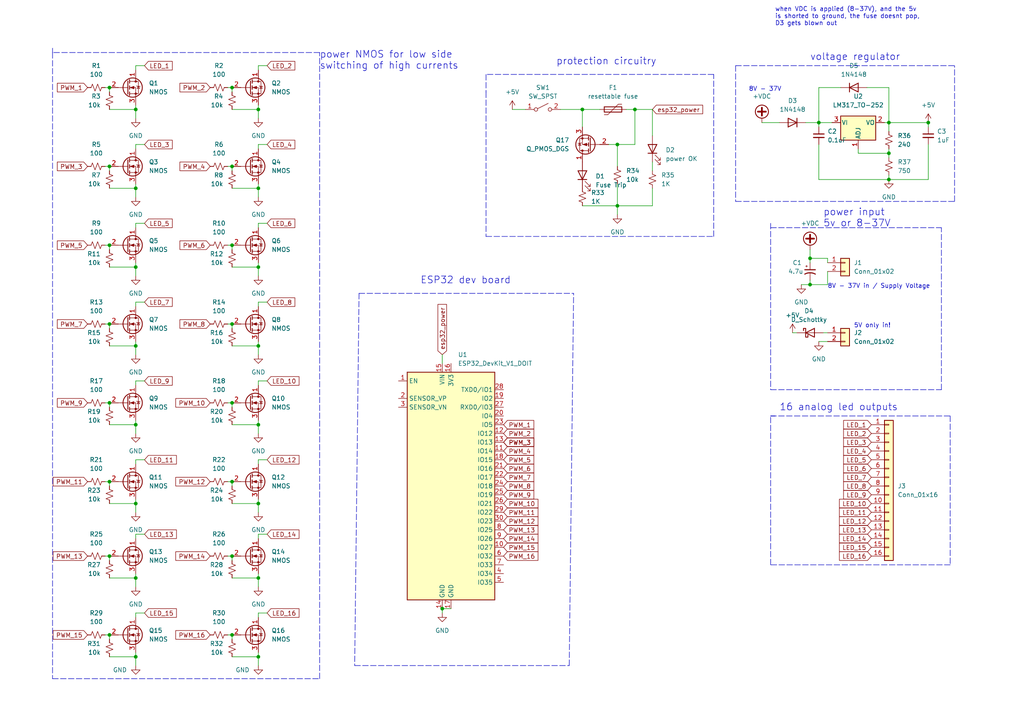
<source format=kicad_sch>
(kicad_sch (version 20211123) (generator eeschema)
  (paper "A4")
  (title_block (title "16 channel dimmer for LEDs") (date "2023-02-17") (rev "1") (company "freakylamps"))
  (lib_symbols
    (symbol "Connector_Generic:Conn_01x02" (pin_names (offset 1.016) hide)
      (property "Reference" "J" (at 0 2.54 0))
      (property "Value" "Conn_01x02" (at 0 -5.08 0))
      (symbol "Conn_01x02_1_1"
        (pin passive line (at -5.08 0 0) (length 3.81) (name "Pin_1") (number "1"))
        (pin passive line (at -5.08 -2.54 0) (length 3.81) (name "Pin_2") (number "2"))
      )
    )
    (symbol "Connector_Generic:Conn_01x16" (pin_names (offset 1.016) hide)
      (property "Reference" "J" (at 0 20.32 0))
      (property "Value" "Conn_01x16" (at 0 -22.86 0))
      (symbol "Conn_01x16_1_1"
        (pin passive line (at -5.08 17.78 0) (length 3.81) (name "Pin_1") (number "1"))
        (pin passive line (at -5.08 -5.08 0) (length 3.81) (name "Pin_10") (number "10"))
        (pin passive line (at -5.08 -7.62 0) (length 3.81) (name "Pin_11") (number "11"))
        (pin passive line (at -5.08 -10.16 0) (length 3.81) (name "Pin_12") (number "12"))
        (pin passive line (at -5.08 -12.7 0) (length 3.81) (name "Pin_13") (number "13"))
        (pin passive line (at -5.08 -15.24 0) (length 3.81) (name "Pin_14") (number "14"))
        (pin passive line (at -5.08 -17.78 0) (length 3.81) (name "Pin_15") (number "15"))
        (pin passive line (at -5.08 -20.32 0) (length 3.81) (name "Pin_16") (number "16"))
        (pin passive line (at -5.08 15.24 0) (length 3.81) (name "Pin_2") (number "2"))
        (pin passive line (at -5.08 12.7 0) (length 3.81) (name "Pin_3") (number "3"))
        (pin passive line (at -5.08 10.16 0) (length 3.81) (name "Pin_4") (number "4"))
        (pin passive line (at -5.08 7.62 0) (length 3.81) (name "Pin_5") (number "5"))
        (pin passive line (at -5.08 5.08 0) (length 3.81) (name "Pin_6") (number "6"))
        (pin passive line (at -5.08 2.54 0) (length 3.81) (name "Pin_7") (number "7"))
        (pin passive line (at -5.08 0 0) (length 3.81) (name "Pin_8") (number "8"))
        (pin passive line (at -5.08 -2.54 0) (length 3.81) (name "Pin_9") (number "9"))
      )
    )
    (symbol "Device:C_Polarized_Small_US" (pin_numbers hide) (pin_names (offset 0.254) hide)
      (property "Reference" "C" (at 0.254 1.778 0))
      (property "Value" "C_Polarized_Small_US" (at 0.254 -2.032 0))
      (symbol "C_Polarized_Small_US_1_1"
        (pin passive line (at 0 2.54 270) (length 2.032) (name "~") (number "1"))
        (pin passive line (at 0 -2.54 90) (length 2.032) (name "~") (number "2"))
      )
    )
    (symbol "Device:C_Small" (pin_numbers hide) (pin_names (offset 0.254) hide)
      (property "Reference" "C" (at 0.254 1.778 0))
      (property "Value" "C_Small" (at 0.254 -2.032 0))
      (symbol "C_Small_1_1"
        (pin passive line (at 0 2.54 270) (length 2.032) (name "~") (number "1"))
        (pin passive line (at 0 -2.54 90) (length 2.032) (name "~") (number "2"))
      )
    )
    (symbol "Device:D_Schottky" (pin_numbers hide) (pin_names (offset 1.016) hide)
      (property "Reference" "D" (at 0 2.54 0))
      (property "Value" "D_Schottky" (at 0 -2.54 0))
      (symbol "D_Schottky_1_1"
        (pin passive line (at -3.81 0 0) (length 2.54) (name "K") (number "1"))
        (pin passive line (at 3.81 0 180) (length 2.54) (name "A") (number "2"))
      )
    )
    (symbol "Device:LED" (pin_numbers hide) (pin_names (offset 1.016) hide)
      (property "Reference" "D" (at 0 2.54 0))
      (property "Value" "LED" (at 0 -2.54 0))
      (symbol "LED_1_1"
        (pin passive line (at -3.81 0 0) (length 2.54) (name "K") (number "1"))
        (pin passive line (at 3.81 0 180) (length 2.54) (name "A") (number "2"))
      )
    )
    (symbol "Device:Polyfuse" (pin_numbers hide) (pin_names (offset 0))
      (property "Reference" "F" (at -2.54 0 90))
      (property "Value" "Polyfuse" (at 2.54 0 90))
      (symbol "Polyfuse_1_1"
        (pin passive line (at 0 3.81 270) (length 1.27) (name "~") (number "1"))
        (pin passive line (at 0 -3.81 90) (length 1.27) (name "~") (number "2"))
      )
    )
    (symbol "Device:Q_NMOS_DGS" (pin_names (offset 0) hide)
      (property "Reference" "Q" (at 5.08 1.27 0))
      (property "Value" "Q_NMOS_DGS" (at 5.08 -1.27 0))
      (symbol "Q_NMOS_DGS_1_1"
        (pin passive line (at 2.54 5.08 270) (length 2.54) (name "D") (number "1"))
        (pin input line (at -5.08 0 0) (length 2.54) (name "G") (number "2"))
        (pin passive line (at 2.54 -5.08 90) (length 2.54) (name "S") (number "3"))
      )
    )
    (symbol "Device:Q_PMOS_DGS" (pin_names (offset 0) hide)
      (property "Reference" "Q" (at 5.08 1.27 0))
      (property "Value" "Q_PMOS_DGS" (at 5.08 -1.27 0))
      (symbol "Q_PMOS_DGS_1_1"
        (pin passive line (at 2.54 5.08 270) (length 2.54) (name "D") (number "1"))
        (pin input line (at -5.08 0 0) (length 2.54) (name "G") (number "2"))
        (pin passive line (at 2.54 -5.08 90) (length 2.54) (name "S") (number "3"))
      )
    )
    (symbol "Device:R_Small_US" (pin_numbers hide) (pin_names (offset 0.254) hide)
      (property "Reference" "R" (at 0.762 0.508 0))
      (property "Value" "R_Small_US" (at 0.762 -1.016 0))
      (symbol "R_Small_US_1_1"
        (pin passive line (at 0 2.54 270) (length 1.016) (name "~") (number "1"))
        (pin passive line (at 0 -2.54 90) (length 1.016) (name "~") (number "2"))
      )
    )
    (symbol "Diode:1N4148" (pin_numbers hide) (pin_names hide)
      (property "Reference" "D" (at 0 2.54 0))
      (property "Value" "1N4148" (at 0 -2.54 0))
      (symbol "1N4148_1_1"
        (pin passive line (at -3.81 0 0) (length 2.54) (name "K") (number "1"))
        (pin passive line (at 3.81 0 180) (length 2.54) (name "A") (number "2"))
      )
    )
    (symbol "Regulator_Linear:LM317_TO-252" (pin_names (offset 0.254))
      (property "Reference" "U" (at -3.81 3.175 0))
      (property "Value" "LM317_TO-252" (at 0 3.175 0))
      (symbol "LM317_TO-252_1_1"
        (pin input line (at 0 -7.62 90) (length 2.54) (name "ADJ") (number "1"))
        (pin power_out line (at 7.62 0 180) (length 2.54) (name "VO") (number "2"))
        (pin power_in line (at -7.62 0 0) (length 2.54) (name "VI") (number "3"))
      )
    )
    (symbol "Switch:SW_SPST" (pin_names (offset 0) hide)
      (property "Reference" "SW" (at 0 3.175 0))
      (property "Value" "SW_SPST" (at 0 -2.54 0))
      (symbol "SW_SPST_1_1"
        (pin passive line (at -5.08 0 0) (length 2.54) (name "A") (number "1"))
        (pin passive line (at 5.08 0 180) (length 2.54) (name "B") (number "2"))
      )
    )
    (symbol "esp32_devkit_v1_doit:ESP32_DevKit_V1_DOIT"
      (property "Reference" "U" (at -11.43 34.29 0))
      (property "Value" "ESP32_DevKit_V1_DOIT" (at 11.43 34.29 0))
      (symbol "ESP32_DevKit_V1_DOIT_1_1"
        (pin input line (at -15.24 30.48 0) (length 2.54) (name "EN") (number "1"))
        (pin bidirectional line (at 15.24 -17.78 180) (length 2.54) (name "IO27") (number "10"))
        (pin bidirectional line (at 15.24 10.16 180) (length 2.54) (name "IO14") (number "11"))
        (pin bidirectional line (at 15.24 15.24 180) (length 2.54) (name "IO12") (number "12"))
        (pin bidirectional line (at 15.24 12.7 180) (length 2.54) (name "IO13") (number "13"))
        (pin power_in line (at -2.54 -35.56 90) (length 2.54) (name "GND") (number "14"))
        (pin power_in line (at -2.54 35.56 270) (length 2.54) (name "VIN") (number "15"))
        (pin power_in line (at 0 35.56 270) (length 2.54) (name "3V3") (number "16"))
        (pin power_in line (at 0 -35.56 90) (length 2.54) (name "GND") (number "17"))
        (pin bidirectional line (at 15.24 7.62 180) (length 2.54) (name "IO15") (number "18"))
        (pin bidirectional line (at 15.24 25.4 180) (length 2.54) (name "IO2") (number "19"))
        (pin input line (at -15.24 25.4 0) (length 2.54) (name "SENSOR_VP") (number "2"))
        (pin bidirectional line (at 15.24 20.32 180) (length 2.54) (name "IO4") (number "20"))
        (pin bidirectional line (at 15.24 5.08 180) (length 2.54) (name "IO16") (number "21"))
        (pin bidirectional line (at 15.24 2.54 180) (length 2.54) (name "IO17") (number "22"))
        (pin bidirectional line (at 15.24 17.78 180) (length 2.54) (name "IO5") (number "23"))
        (pin bidirectional line (at 15.24 0 180) (length 2.54) (name "IO18") (number "24"))
        (pin bidirectional line (at 15.24 -2.54 180) (length 2.54) (name "IO19") (number "25"))
        (pin bidirectional line (at 15.24 -5.08 180) (length 2.54) (name "IO21") (number "26"))
        (pin bidirectional line (at 15.24 22.86 180) (length 2.54) (name "RXD0/IO3") (number "27"))
        (pin bidirectional line (at 15.24 27.94 180) (length 2.54) (name "TXD0/IO1") (number "28"))
        (pin bidirectional line (at 15.24 -7.62 180) (length 2.54) (name "IO22") (number "29"))
        (pin input line (at -15.24 22.86 0) (length 2.54) (name "SENSOR_VN") (number "3"))
        (pin bidirectional line (at 15.24 -10.16 180) (length 2.54) (name "IO23") (number "30"))
        (pin input line (at 15.24 -25.4 180) (length 2.54) (name "IO34") (number "4"))
        (pin input line (at 15.24 -27.94 180) (length 2.54) (name "IO35") (number "5"))
        (pin bidirectional line (at 15.24 -20.32 180) (length 2.54) (name "IO32") (number "6"))
        (pin bidirectional line (at 15.24 -22.86 180) (length 2.54) (name "IO33") (number "7"))
        (pin bidirectional line (at 15.24 -12.7 180) (length 2.54) (name "IO25") (number "8"))
        (pin bidirectional line (at 15.24 -15.24 180) (length 2.54) (name "IO26") (number "9"))
      )
    )
    (symbol "power:+5V" (power) (pin_names (offset 0))
      (property "Value" "+5V" (at 0 3.556 0))
      (symbol "+5V_1_1"
        (pin power_in line (at 0 0 90) (length 0) hide (name "+5V") (number "1"))
      )
    )
    (symbol "power:+VDC" (power) (pin_names (offset 0))
      (property "Value" "+VDC" (at 0 6.35 0))
      (symbol "+VDC_1_1"
        (pin power_in line (at 0 0 90) (length 0) hide (name "+VDC") (number "1"))
      )
    )
    (symbol "power:GND" (power) (pin_names (offset 0))
      (property "Value" "GND" (at 0 -3.81 0))
      (symbol "GND_1_1"
        (pin power_in line (at 0 0 270) (length 0) hide (name "GND") (number "1"))
      )
    )
  )
  (junction (at 39.37 190.5))
  (junction (at 67.31 139.7))
  (junction (at 74.93 123.19))
  (junction (at 179.07 59.69))
  (junction (at 67.31 25.4))
  (junction (at 257.81 44.45))
  (junction (at 257.81 52.07))
  (junction (at 31.75 48.26))
  (junction (at 74.93 77.47))
  (junction (at 234.95 74.93))
  (junction (at 39.37 31.75))
  (junction (at 67.31 161.29))
  (junction (at 74.93 146.05))
  (junction (at 39.37 167.64))
  (junction (at 168.91 31.75))
  (junction (at 31.75 116.84))
  (junction (at 39.37 77.47))
  (junction (at 31.75 184.15))
  (junction (at 67.31 93.98))
  (junction (at 31.75 25.4))
  (junction (at 257.81 35.56))
  (junction (at 234.95 82.55))
  (junction (at 67.31 71.12))
  (junction (at 39.37 54.61))
  (junction (at 31.75 93.98))
  (junction (at 31.75 161.29))
  (junction (at 31.75 139.7))
  (junction (at 269.24 35.56))
  (junction (at 39.37 100.33))
  (junction (at 31.75 71.12))
  (junction (at 67.31 184.15))
  (junction (at 74.93 31.75))
  (junction (at 179.07 41.91))
  (junction (at 74.93 100.33))
  (junction (at 67.31 48.26))
  (junction (at 67.31 116.84))
  (junction (at 184.15 31.75))
  (junction (at 39.37 146.05))
  (junction (at 74.93 54.61))
  (junction (at 128.27 176.53))
  (junction (at 237.49 35.56))
  (junction (at 39.37 123.19))
  (junction (at 74.93 190.5))
  (junction (at 74.93 167.64))
  (wire (pts (xy 67.31 48.26) (xy 67.31 49.53)))
  (polyline (pts (xy 223.52 66.04) (xy 273.05 66.04)))
  (polyline (pts (xy 140.97 26.67) (xy 140.97 68.58)))
  (wire (pts (xy 66.04 161.29) (xy 67.31 161.29)))
  (wire (pts (xy 74.93 190.5) (xy 74.93 193.04)))
  (wire (pts (xy 31.75 146.05) (xy 39.37 146.05)))
  (polyline (pts (xy 273.05 113.03) (xy 273.05 66.04)))
  (wire (pts (xy 248.92 44.45) (xy 257.81 44.45)))
  (wire (pts (xy 257.81 35.56) (xy 269.24 35.56)))
  (wire (pts (xy 31.75 139.7) (xy 31.75 140.97)))
  (wire (pts (xy 31.75 77.47) (xy 39.37 77.47)))
  (wire (pts (xy 30.48 71.12) (xy 31.75 71.12)))
  (wire (pts (xy 189.23 59.69) (xy 179.07 59.69)))
  (wire (pts (xy 31.75 123.19) (xy 39.37 123.19)))
  (polyline (pts (xy 207.01 68.58) (xy 207.01 21.59)))
  (wire (pts (xy 257.81 43.18) (xy 257.81 44.45)))
  (wire (pts (xy 30.48 116.84) (xy 31.75 116.84)))
  (wire (pts (xy 67.31 184.15) (xy 67.31 185.42)))
  (wire (pts (xy 237.49 99.06) (xy 240.03 99.06)))
  (wire (pts (xy 67.31 161.29) (xy 67.31 162.56)))
  (wire (pts (xy 31.75 25.4) (xy 31.75 26.67)))
  (wire (pts (xy 179.07 59.69) (xy 179.07 62.23)))
  (wire (pts (xy 67.31 31.75) (xy 74.93 31.75)))
  (wire (pts (xy 39.37 76.2) (xy 39.37 77.47)))
  (wire (pts (xy 179.07 53.34) (xy 179.07 59.69)))
  (wire (pts (xy 189.23 54.61) (xy 189.23 59.69)))
  (wire (pts (xy 74.93 41.91) (xy 77.47 41.91)))
  (wire (pts (xy 74.93 99.06) (xy 74.93 100.33)))
  (wire (pts (xy 179.07 41.91) (xy 184.15 41.91)))
  (wire (pts (xy 39.37 100.33) (xy 39.37 102.87)))
  (wire (pts (xy 269.24 41.91) (xy 269.24 52.07)))
  (wire (pts (xy 74.93 110.49) (xy 77.47 110.49)))
  (polyline (pts (xy 15.24 15.24) (xy 15.24 196.85)))
  (wire (pts (xy 67.31 77.47) (xy 74.93 77.47)))
  (wire (pts (xy 74.93 154.94) (xy 77.47 154.94)))
  (polyline (pts (xy 213.36 19.05) (xy 276.86 19.05)))
  (wire (pts (xy 39.37 179.07) (xy 39.37 177.8)))
  (wire (pts (xy 31.75 184.15) (xy 31.75 185.42)))
  (wire (pts (xy 31.75 54.61) (xy 39.37 54.61)))
  (wire (pts (xy 39.37 87.63) (xy 41.91 87.63)))
  (wire (pts (xy 66.04 48.26) (xy 67.31 48.26)))
  (wire (pts (xy 237.49 41.91) (xy 237.49 52.07)))
  (wire (pts (xy 74.93 144.78) (xy 74.93 146.05)))
  (wire (pts (xy 240.03 78.74) (xy 240.03 82.55)))
  (wire (pts (xy 74.93 146.05) (xy 74.93 148.59)))
  (wire (pts (xy 74.93 88.9) (xy 74.93 87.63)))
  (wire (pts (xy 39.37 20.32) (xy 39.37 19.05)))
  (wire (pts (xy 66.04 139.7) (xy 67.31 139.7)))
  (wire (pts (xy 39.37 121.92) (xy 39.37 123.19)))
  (wire (pts (xy 39.37 99.06) (xy 39.37 100.33)))
  (wire (pts (xy 237.49 52.07) (xy 257.81 52.07)))
  (wire (pts (xy 30.48 139.7) (xy 31.75 139.7)))
  (wire (pts (xy 181.61 31.75) (xy 184.15 31.75)))
  (wire (pts (xy 67.31 167.64) (xy 74.93 167.64)))
  (wire (pts (xy 74.93 134.62) (xy 74.93 133.35)))
  (wire (pts (xy 237.49 25.4) (xy 237.49 35.56)))
  (wire (pts (xy 229.87 96.52) (xy 231.14 96.52)))
  (wire (pts (xy 30.48 93.98) (xy 31.75 93.98)))
  (wire (pts (xy 39.37 110.49) (xy 41.91 110.49)))
  (wire (pts (xy 30.48 25.4) (xy 31.75 25.4)))
  (wire (pts (xy 74.93 167.64) (xy 74.93 170.18)))
  (wire (pts (xy 148.59 31.75) (xy 152.4 31.75)))
  (wire (pts (xy 39.37 144.78) (xy 39.37 146.05)))
  (wire (pts (xy 256.54 35.56) (xy 257.81 35.56)))
  (wire (pts (xy 237.49 35.56) (xy 241.3 35.56)))
  (wire (pts (xy 74.93 189.23) (xy 74.93 190.5)))
  (wire (pts (xy 39.37 77.47) (xy 39.37 80.01)))
  (wire (pts (xy 74.93 123.19) (xy 74.93 125.73)))
  (wire (pts (xy 39.37 111.76) (xy 39.37 110.49)))
  (wire (pts (xy 128.27 176.53) (xy 128.27 177.8)))
  (wire (pts (xy 234.95 72.39) (xy 234.95 74.93)))
  (wire (pts (xy 220.98 35.56) (xy 226.06 35.56)))
  (wire (pts (xy 74.93 121.92) (xy 74.93 123.19)))
  (wire (pts (xy 168.91 31.75) (xy 168.91 36.83)))
  (polyline (pts (xy 275.59 120.65) (xy 275.59 163.83)))
  (wire (pts (xy 257.81 35.56) (xy 257.81 38.1)))
  (wire (pts (xy 67.31 146.05) (xy 74.93 146.05)))
  (wire (pts (xy 179.07 41.91) (xy 176.53 41.91)))
  (wire (pts (xy 67.31 116.84) (xy 67.31 118.11)))
  (wire (pts (xy 67.31 54.61) (xy 74.93 54.61)))
  (wire (pts (xy 39.37 166.37) (xy 39.37 167.64)))
  (polyline (pts (xy 213.36 19.05) (xy 213.36 58.42)))
  (wire (pts (xy 30.48 184.15) (xy 31.75 184.15)))
  (wire (pts (xy 234.95 74.93) (xy 240.03 74.93)))
  (polyline (pts (xy 104.14 85.09) (xy 102.87 193.04)))
  (polyline (pts (xy 165.1 193.04) (xy 166.37 85.09)))
  (wire (pts (xy 66.04 93.98) (xy 67.31 93.98)))
  (wire (pts (xy 234.95 81.28) (xy 234.95 82.55)))
  (wire (pts (xy 31.75 100.33) (xy 39.37 100.33)))
  (wire (pts (xy 162.56 31.75) (xy 168.91 31.75)))
  (wire (pts (xy 31.75 93.98) (xy 31.75 95.25)))
  (wire (pts (xy 39.37 19.05) (xy 41.91 19.05)))
  (wire (pts (xy 74.93 30.48) (xy 74.93 31.75)))
  (wire (pts (xy 74.93 166.37) (xy 74.93 167.64)))
  (wire (pts (xy 74.93 20.32) (xy 74.93 19.05)))
  (wire (pts (xy 237.49 36.83) (xy 237.49 35.56)))
  (wire (pts (xy 184.15 41.91) (xy 184.15 31.75)))
  (polyline (pts (xy 15.24 196.85) (xy 92.71 196.85)))
  (wire (pts (xy 67.31 190.5) (xy 74.93 190.5)))
  (wire (pts (xy 251.46 25.4) (xy 257.81 25.4)))
  (wire (pts (xy 238.76 96.52) (xy 240.03 96.52)))
  (wire (pts (xy 67.31 71.12) (xy 67.31 72.39)))
  (wire (pts (xy 39.37 53.34) (xy 39.37 54.61)))
  (wire (pts (xy 67.31 93.98) (xy 67.31 95.25)))
  (wire (pts (xy 74.93 111.76) (xy 74.93 110.49)))
  (wire (pts (xy 189.23 46.99) (xy 189.23 49.53)))
  (wire (pts (xy 66.04 116.84) (xy 67.31 116.84)))
  (wire (pts (xy 39.37 156.21) (xy 39.37 154.94)))
  (wire (pts (xy 31.75 167.64) (xy 39.37 167.64)))
  (wire (pts (xy 269.24 35.56) (xy 269.24 36.83)))
  (wire (pts (xy 31.75 161.29) (xy 31.75 162.56)))
  (wire (pts (xy 74.93 54.61) (xy 74.93 57.15)))
  (wire (pts (xy 39.37 54.61) (xy 39.37 57.15)))
  (wire (pts (xy 269.24 52.07) (xy 257.81 52.07)))
  (wire (pts (xy 257.81 44.45) (xy 257.81 45.72)))
  (wire (pts (xy 39.37 133.35) (xy 41.91 133.35)))
  (wire (pts (xy 257.81 25.4) (xy 257.81 35.56)))
  (wire (pts (xy 74.93 43.18) (xy 74.93 41.91)))
  (wire (pts (xy 39.37 190.5) (xy 39.37 193.04)))
  (wire (pts (xy 179.07 48.26) (xy 179.07 41.91)))
  (wire (pts (xy 31.75 31.75) (xy 39.37 31.75)))
  (polyline (pts (xy 15.24 13.97) (xy 15.24 15.24)))
  (wire (pts (xy 168.91 31.75) (xy 173.99 31.75)))
  (wire (pts (xy 39.37 64.77) (xy 41.91 64.77)))
  (wire (pts (xy 39.37 31.75) (xy 39.37 34.29)))
  (wire (pts (xy 30.48 48.26) (xy 31.75 48.26)))
  (wire (pts (xy 232.41 82.55) (xy 234.95 82.55)))
  (wire (pts (xy 74.93 31.75) (xy 74.93 34.29)))
  (polyline (pts (xy 207.01 21.59) (xy 140.97 21.59)))
  (wire (pts (xy 39.37 134.62) (xy 39.37 133.35)))
  (wire (pts (xy 31.75 48.26) (xy 31.75 49.53)))
  (wire (pts (xy 257.81 50.8) (xy 257.81 52.07)))
  (wire (pts (xy 39.37 177.8) (xy 41.91 177.8)))
  (wire (pts (xy 39.37 43.18) (xy 39.37 41.91)))
  (wire (pts (xy 31.75 116.84) (xy 31.75 118.11)))
  (polyline (pts (xy 275.59 163.83) (xy 223.52 163.83)))
  (wire (pts (xy 233.68 35.56) (xy 237.49 35.56)))
  (wire (pts (xy 31.75 190.5) (xy 39.37 190.5)))
  (wire (pts (xy 67.31 25.4) (xy 67.31 26.67)))
  (polyline (pts (xy 223.52 64.77) (xy 223.52 113.03)))
  (wire (pts (xy 74.93 177.8) (xy 77.47 177.8)))
  (wire (pts (xy 74.93 19.05) (xy 77.47 19.05)))
  (wire (pts (xy 248.92 43.18) (xy 248.92 44.45)))
  (wire (pts (xy 234.95 82.55) (xy 240.03 82.55)))
  (wire (pts (xy 74.93 66.04) (xy 74.93 64.77)))
  (polyline (pts (xy 223.52 120.65) (xy 275.59 120.65)))
  (wire (pts (xy 39.37 189.23) (xy 39.37 190.5)))
  (wire (pts (xy 234.95 76.2) (xy 234.95 74.93)))
  (wire (pts (xy 74.93 77.47) (xy 74.93 80.01)))
  (wire (pts (xy 67.31 123.19) (xy 74.93 123.19)))
  (wire (pts (xy 128.27 102.87) (xy 128.27 105.41)))
  (wire (pts (xy 74.93 53.34) (xy 74.93 54.61)))
  (wire (pts (xy 243.84 25.4) (xy 237.49 25.4)))
  (wire (pts (xy 74.93 76.2) (xy 74.93 77.47)))
  (wire (pts (xy 39.37 88.9) (xy 39.37 87.63)))
  (polyline (pts (xy 140.97 68.58) (xy 207.01 68.58)))
  (wire (pts (xy 39.37 167.64) (xy 39.37 170.18)))
  (wire (pts (xy 66.04 184.15) (xy 67.31 184.15)))
  (wire (pts (xy 74.93 133.35) (xy 77.47 133.35)))
  (polyline (pts (xy 213.36 58.42) (xy 276.86 58.42)))
  (wire (pts (xy 168.91 59.69) (xy 179.07 59.69)))
  (polyline (pts (xy 223.52 113.03) (xy 273.05 113.03)))
  (polyline (pts (xy 92.71 15.24) (xy 15.24 15.24)))
  (wire (pts (xy 39.37 146.05) (xy 39.37 148.59)))
  (polyline (pts (xy 102.87 193.04) (xy 165.1 193.04)))
  (wire (pts (xy 74.93 64.77) (xy 77.47 64.77)))
  (polyline (pts (xy 223.52 120.65) (xy 224.79 120.65)))
  (polyline (pts (xy 276.86 58.42) (xy 276.86 19.05)))
  (wire (pts (xy 240.03 76.2) (xy 240.03 74.93)))
  (wire (pts (xy 31.75 71.12) (xy 31.75 72.39)))
  (wire (pts (xy 189.23 31.75) (xy 189.23 39.37)))
  (wire (pts (xy 30.48 161.29) (xy 31.75 161.29)))
  (wire (pts (xy 67.31 100.33) (xy 74.93 100.33)))
  (wire (pts (xy 39.37 154.94) (xy 41.91 154.94)))
  (wire (pts (xy 39.37 30.48) (xy 39.37 31.75)))
  (wire (pts (xy 39.37 66.04) (xy 39.37 64.77)))
  (wire (pts (xy 74.93 87.63) (xy 77.47 87.63)))
  (wire (pts (xy 39.37 123.19) (xy 39.37 125.73)))
  (polyline (pts (xy 104.14 85.09) (xy 166.37 85.09)))
  (wire (pts (xy 74.93 100.33) (xy 74.93 102.87)))
  (wire (pts (xy 128.27 176.53) (xy 130.81 176.53)))
  (wire (pts (xy 66.04 71.12) (xy 67.31 71.12)))
  (wire (pts (xy 39.37 41.91) (xy 41.91 41.91)))
  (wire (pts (xy 74.93 156.21) (xy 74.93 154.94)))
  (wire (pts (xy 184.15 31.75) (xy 189.23 31.75)))
  (wire (pts (xy 66.04 25.4) (xy 67.31 25.4)))
  (polyline (pts (xy 223.52 163.83) (xy 223.52 120.65)))
  (wire (pts (xy 67.31 139.7) (xy 67.31 140.97)))
  (wire (pts (xy 74.93 179.07) (xy 74.93 177.8)))
  (polyline (pts (xy 92.71 196.85) (xy 92.71 15.24)))
  (polyline (pts (xy 140.97 21.59) (xy 140.97 26.67)))
  (text "when VDC is applied (8-37V), and the 5v \nis shorted to ground, the fuse doesnt pop,\nD3 gets blown out\n" (at 224.79 7.62 0) (effects (font (size 1.27 1.27)) (justify left bottom)))
  (text "5V only in!" (at 247.65 95.25 0) (effects (font (size 1.27 1.27)) (justify left bottom)))
  (text "power NMOS for low side \nswitching of high currents" (at 92.71 20.32 0) (effects (font (size 2 2)) (justify left bottom)))
  (text "ESP32 dev board" (at 121.92 82.55 0) (effects (font (size 2 2)) (justify left bottom)))
  (text "8V - 37V	" (at 217.17 26.67 0) (effects (font (size 1.27 1.27)) (justify left bottom)))
  (text "8V - 37V in / Supply Voltage" (at 240.03 83.82 0) (effects (font (size 1.27 1.27)) (justify left bottom)))
  (text "power input\n5v or 8-37V " (at 238.76 66.04 0) (effects (font (size 2 2)) (justify left bottom)))
  (text "protection circuitry" (at 161.29 19.05 0) (effects (font (size 2 2)) (justify left bottom)))
  (text "voltage regulator" (at 234.95 17.78 0) (effects (font (size 2 2)) (justify left bottom)))
  (text "16 analog led outputs" (at 226.06 119.38 0) (effects (font (size 2 2)) (justify left bottom)))
  (global_label "PWM_8" (shape input) (at 146.05 140.97 0) (property "Intersheet References" "${INTERSHEET_REFS}" (effects hide)))
  (global_label "PWM_12" (shape input) (at 60.96 139.7 180) (property "Intersheet References" "${INTERSHEET_REFS}" (effects hide)))
  (global_label "PWM_14" (shape input) (at 60.96 161.29 180) (property "Intersheet References" "${INTERSHEET_REFS}" (effects hide)))
  (global_label "PWM_9" (shape input) (at 146.05 143.51 0) (property "Intersheet References" "${INTERSHEET_REFS}" (effects hide)))
  (global_label "LED_8" (shape input) (at 252.73 140.97 180) (property "Intersheet References" "${INTERSHEET_REFS}" (effects hide)))
  (global_label "LED_1" (shape input) (at 252.73 123.19 180) (property "Intersheet References" "${INTERSHEET_REFS}" (effects hide)))
  (global_label "PWM_5" (shape input) (at 146.05 133.35 0) (property "Intersheet References" "${INTERSHEET_REFS}" (effects hide)))
  (global_label "PWM_4" (shape input) (at 60.96 48.26 180) (property "Intersheet References" "${INTERSHEET_REFS}" (effects hide)))
  (global_label "PWM_16" (shape input) (at 146.05 161.29 0) (property "Intersheet References" "${INTERSHEET_REFS}" (effects hide)))
  (global_label "PWM_2" (shape input) (at 146.05 125.73 0) (property "Intersheet References" "${INTERSHEET_REFS}" (effects hide)))
  (global_label "LED_4" (shape input) (at 77.47 41.91 0) (property "Intersheet References" "${INTERSHEET_REFS}" (effects hide)))
  (global_label "PWM_2" (shape input) (at 60.96 25.4 180) (property "Intersheet References" "${INTERSHEET_REFS}" (effects hide)))
  (global_label "LED_10" (shape input) (at 77.47 110.49 0) (property "Intersheet References" "${INTERSHEET_REFS}" (effects hide)))
  (global_label "LED_10" (shape input) (at 252.73 146.05 180) (property "Intersheet References" "${INTERSHEET_REFS}" (effects hide)))
  (global_label "LED_6" (shape input) (at 252.73 135.89 180) (property "Intersheet References" "${INTERSHEET_REFS}" (effects hide)))
  (global_label "LED_6" (shape input) (at 77.47 64.77 0) (property "Intersheet References" "${INTERSHEET_REFS}" (effects hide)))
  (global_label "LED_4" (shape input) (at 252.73 130.81 180) (property "Intersheet References" "${INTERSHEET_REFS}" (effects hide)))
  (global_label "LED_5" (shape input) (at 252.73 133.35 180) (property "Intersheet References" "${INTERSHEET_REFS}" (effects hide)))
  (global_label "LED_9" (shape input) (at 41.91 110.49 0) (property "Intersheet References" "${INTERSHEET_REFS}" (effects hide)))
  (global_label "PWM_11" (shape input) (at 25.4 139.7 180) (property "Intersheet References" "${INTERSHEET_REFS}" (effects hide)))
  (global_label "LED_2" (shape input) (at 77.47 19.05 0) (property "Intersheet References" "${INTERSHEET_REFS}" (effects hide)))
  (global_label "LED_13" (shape input) (at 41.91 154.94 0) (property "Intersheet References" "${INTERSHEET_REFS}" (effects hide)))
  (global_label "esp32_power" (shape input) (at 128.27 102.87 90) (property "Intersheet References" "${INTERSHEET_REFS}" (effects hide)))
  (global_label "PWM_3" (shape input) (at 146.05 128.27 0) (property "Intersheet References" "${INTERSHEET_REFS}" (effects hide)))
  (global_label "PWM_10" (shape input) (at 146.05 146.05 0) (property "Intersheet References" "${INTERSHEET_REFS}" (effects hide)))
  (global_label "LED_3" (shape input) (at 41.91 41.91 0) (property "Intersheet References" "${INTERSHEET_REFS}" (effects hide)))
  (global_label "LED_7" (shape input) (at 41.91 87.63 0) (property "Intersheet References" "${INTERSHEET_REFS}" (effects hide)))
  (global_label "LED_13" (shape input) (at 252.73 153.67 180) (property "Intersheet References" "${INTERSHEET_REFS}" (effects hide)))
  (global_label "PWM_13" (shape input) (at 25.4 161.29 180) (property "Intersheet References" "${INTERSHEET_REFS}" (effects hide)))
  (global_label "LED_14" (shape input) (at 252.73 156.21 180) (property "Intersheet References" "${INTERSHEET_REFS}" (effects hide)))
  (global_label "LED_9" (shape input) (at 252.73 143.51 180) (property "Intersheet References" "${INTERSHEET_REFS}" (effects hide)))
  (global_label "esp32_power" (shape input) (at 189.23 31.75 0) (property "Intersheet References" "${INTERSHEET_REFS}" (effects hide)))
  (global_label "PWM_15" (shape input) (at 25.4 184.15 180) (property "Intersheet References" "${INTERSHEET_REFS}" (effects hide)))
  (global_label "PWM_7" (shape input) (at 146.05 138.43 0) (property "Intersheet References" "${INTERSHEET_REFS}" (effects hide)))
  (global_label "LED_16" (shape input) (at 252.73 161.29 180) (property "Intersheet References" "${INTERSHEET_REFS}" (effects hide)))
  (global_label "LED_11" (shape input) (at 41.91 133.35 0) (property "Intersheet References" "${INTERSHEET_REFS}" (effects hide)))
  (global_label "PWM_1" (shape input) (at 25.4 25.4 180) (property "Intersheet References" "${INTERSHEET_REFS}" (effects hide)))
  (global_label "PWM_3" (shape input) (at 25.4 48.26 180) (property "Intersheet References" "${INTERSHEET_REFS}" (effects hide)))
  (global_label "PWM_7" (shape input) (at 25.4 93.98 180) (property "Intersheet References" "${INTERSHEET_REFS}" (effects hide)))
  (global_label "PWM_16" (shape input) (at 60.96 184.15 180) (property "Intersheet References" "${INTERSHEET_REFS}" (effects hide)))
  (global_label "PWM_6" (shape input) (at 146.05 135.89 0) (property "Intersheet References" "${INTERSHEET_REFS}" (effects hide)))
  (global_label "PWM_1" (shape input) (at 146.05 123.19 0) (property "Intersheet References" "${INTERSHEET_REFS}" (effects hide)))
  (global_label "PWM_3" (shape input) (at 146.05 128.27 0) (property "Intersheet References" "${INTERSHEET_REFS}" (effects hide)))
  (global_label "PWM_9" (shape input) (at 25.4 116.84 180) (property "Intersheet References" "${INTERSHEET_REFS}" (effects hide)))
  (global_label "LED_11" (shape input) (at 252.73 148.59 180) (property "Intersheet References" "${INTERSHEET_REFS}" (effects hide)))
  (global_label "LED_12" (shape input) (at 252.73 151.13 180) (property "Intersheet References" "${INTERSHEET_REFS}" (effects hide)))
  (global_label "PWM_5" (shape input) (at 25.4 71.12 180) (property "Intersheet References" "${INTERSHEET_REFS}" (effects hide)))
  (global_label "LED_7" (shape input) (at 252.73 138.43 180) (property "Intersheet References" "${INTERSHEET_REFS}" (effects hide)))
  (global_label "LED_3" (shape input) (at 252.73 128.27 180) (property "Intersheet References" "${INTERSHEET_REFS}" (effects hide)))
  (global_label "LED_5" (shape input) (at 41.91 64.77 0) (property "Intersheet References" "${INTERSHEET_REFS}" (effects hide)))
  (global_label "LED_8" (shape input) (at 77.47 87.63 0) (property "Intersheet References" "${INTERSHEET_REFS}" (effects hide)))
  (global_label "PWM_4" (shape input) (at 146.05 130.81 0) (property "Intersheet References" "${INTERSHEET_REFS}" (effects hide)))
  (global_label "PWM_13" (shape input) (at 146.05 153.67 0) (property "Intersheet References" "${INTERSHEET_REFS}" (effects hide)))
  (global_label "LED_1" (shape input) (at 41.91 19.05 0) (property "Intersheet References" "${INTERSHEET_REFS}" (effects hide)))
  (global_label "LED_15" (shape input) (at 252.73 158.75 180) (property "Intersheet References" "${INTERSHEET_REFS}" (effects hide)))
  (global_label "PWM_6" (shape input) (at 60.96 71.12 180) (property "Intersheet References" "${INTERSHEET_REFS}" (effects hide)))
  (global_label "PWM_10" (shape input) (at 60.96 116.84 180) (property "Intersheet References" "${INTERSHEET_REFS}" (effects hide)))
  (global_label "PWM_11" (shape input) (at 146.05 148.59 0) (property "Intersheet References" "${INTERSHEET_REFS}" (effects hide)))
  (global_label "LED_16" (shape input) (at 77.47 177.8 0) (property "Intersheet References" "${INTERSHEET_REFS}" (effects hide)))
  (global_label "PWM_8" (shape input) (at 60.96 93.98 180) (property "Intersheet References" "${INTERSHEET_REFS}" (effects hide)))
  (global_label "LED_2" (shape input) (at 252.73 125.73 180) (property "Intersheet References" "${INTERSHEET_REFS}" (effects hide)))
  (global_label "PWM_12" (shape input) (at 146.05 151.13 0) (property "Intersheet References" "${INTERSHEET_REFS}" (effects hide)))
  (global_label "PWM_14" (shape input) (at 146.05 156.21 0) (property "Intersheet References" "${INTERSHEET_REFS}" (effects hide)))
  (global_label "LED_14" (shape input) (at 77.47 154.94 0) (property "Intersheet References" "${INTERSHEET_REFS}" (effects hide)))
  (global_label "PWM_15" (shape input) (at 146.05 158.75 0) (property "Intersheet References" "${INTERSHEET_REFS}" (effects hide)))
  (global_label "LED_12" (shape input) (at 77.47 133.35 0) (property "Intersheet References" "${INTERSHEET_REFS}" (effects hide)))
  (global_label "LED_15" (shape input) (at 41.91 177.8 0) (property "Intersheet References" "${INTERSHEET_REFS}" (effects hide)))
  (symbol (lib_id "Device:C_Small") (at 237.49 39.37 0) (unit 1)
    (property "Reference" "C2" (at 240.03 38.1062 0) (effects (justify left)))
    (property "Value" "0.1uF" (at 240.03 40.6462 0) (effects (justify left)))
    (property "Footprint" "Capacitor_SMD:C_1206_3216Metric_Pad1.33x1.80mm_HandSolder" (effects hide))
    (property "LCSC" "C24497" (effects hide))
  )
  (symbol (lib_id "power:+5V") (at 269.24 35.56 0) (unit 1)
    (property "Reference" "#PWR026" (effects hide))
    (property "Value" "+5V" (at 269.24 30.48 0))
  )
  (symbol (lib_id "Device:R_Small_US") (at 27.94 48.26 90) (unit 1)
    (property "Reference" "R5" (at 27.94 41.91 90))
    (property "Value" "100" (at 27.94 44.45 90))
    (property "Footprint" "Resistor_SMD:R_0805_2012Metric" (effects hide))
    (property "LCSC" "C17408" (effects hide))
  )
  (symbol (lib_id "Device:Q_NMOS_DGS") (at 72.39 161.29 0) (unit 1)
    (property "Reference" "Q14" (at 78.74 160.0199 0) (effects (justify left)))
    (property "Value" "NMOS" (at 78.74 162.5599 0) (effects (justify left)))
    (property "Footprint" "Package_TO_SOT_SMD:SOT-23" (effects hide))
    (property "LCSC" "C20917" (effects hide))
  )
  (symbol (lib_id "Device:R_Small_US") (at 31.75 120.65 180) (unit 1)
    (property "Reference" "R19" (at 29.21 119.3799 0) (effects (justify left)))
    (property "Value" "10k" (at 29.21 121.9199 0) (effects (justify left)))
    (property "Footprint" "Resistor_SMD:R_0805_2012Metric" (effects hide))
    (property "LCSC" "C17414" (effects hide))
  )
  (symbol (lib_id "Device:R_Small_US") (at 257.81 40.64 0) (unit 1)
    (property "Reference" "R36" (at 260.35 39.3699 0) (effects (justify left)))
    (property "Value" "240" (at 260.35 41.9099 0) (effects (justify left)))
    (property "Footprint" "Resistor_SMD:R_0805_2012Metric" (effects hide))
    (property "LCSC" "C17572" (effects hide))
  )
  (symbol (lib_id "Device:Q_NMOS_DGS") (at 36.83 116.84 0) (unit 1)
    (property "Reference" "Q9" (at 43.18 115.5699 0) (effects (justify left)))
    (property "Value" "NMOS" (at 43.18 118.1099 0) (effects (justify left)))
    (property "Footprint" "Package_TO_SOT_SMD:SOT-23" (effects hide))
    (property "LCSC" "C20917" (effects hide))
  )
  (symbol (lib_id "Device:LED") (at 189.23 43.18 90) (unit 1)
    (property "Reference" "D2" (at 193.04 43.4974 90) (effects (justify right)))
    (property "Value" "power OK" (at 193.04 46.0374 90) (effects (justify right)))
    (property "Footprint" "LED_SMD:LED_1206_3216Metric" (effects hide))
    (property "LCSC" "C2297" (effects hide))
  )
  (symbol (lib_id "Connector_Generic:Conn_01x02") (at 245.11 76.2 0) (unit 1)
    (property "Reference" "J1" (at 247.65 76.1999 0) (effects (justify left)))
    (property "Value" "Conn_01x02" (at 247.65 78.7399 0) (effects (justify left)))
    (property "Footprint" "Connector_Phoenix_MSTB:PhoenixContact_MSTBVA_2,5_2-G-5,08_1x02_P5.08mm_Vertical" (effects hide))
  )
  (symbol (lib_id "power:+VDC") (at 220.98 35.56 0) (unit 1)
    (property "Reference" "#PWR020" (effects hide))
    (property "Value" "+VDC" (at 220.98 27.94 0))
  )
  (symbol (lib_id "power:GND") (at 74.93 102.87 0) (unit 1)
    (property "Reference" "#PWR08" (effects hide))
    (property "Value" "GND" (at 74.93 107.95 0))
  )
  (symbol (lib_id "power:+VDC") (at 234.95 72.39 0) (unit 1)
    (property "Reference" "#PWR023" (effects hide))
    (property "Value" "+VDC" (at 234.95 64.77 0))
  )
  (symbol (lib_id "Device:Q_NMOS_DGS") (at 72.39 93.98 0) (unit 1)
    (property "Reference" "Q8" (at 78.74 92.7099 0) (effects (justify left)))
    (property "Value" "NMOS" (at 78.74 95.2499 0) (effects (justify left)))
    (property "Footprint" "Package_TO_SOT_SMD:SOT-23" (effects hide))
    (property "LCSC" "C20917" (effects hide))
  )
  (symbol (lib_id "Device:R_Small_US") (at 63.5 48.26 90) (unit 1)
    (property "Reference" "R6" (at 63.5 41.91 90))
    (property "Value" "100" (at 63.5 44.45 90))
    (property "Footprint" "Resistor_SMD:R_0805_2012Metric" (effects hide))
    (property "LCSC" "C17408" (effects hide))
  )
  (symbol (lib_id "power:GND") (at 74.93 80.01 0) (unit 1)
    (property "Reference" "#PWR06" (effects hide))
    (property "Value" "GND" (at 74.93 85.09 0))
  )
  (symbol (lib_id "Device:R_Small_US") (at 27.94 93.98 90) (unit 1)
    (property "Reference" "R13" (at 27.94 87.63 90))
    (property "Value" "100" (at 27.94 90.17 90))
    (property "Footprint" "Resistor_SMD:R_0805_2012Metric" (effects hide))
    (property "LCSC" "C17408" (effects hide))
  )
  (symbol (lib_id "Device:R_Small_US") (at 63.5 161.29 90) (unit 1)
    (property "Reference" "R26" (at 63.5 154.94 90))
    (property "Value" "100" (at 63.5 157.48 90))
    (property "Footprint" "Resistor_SMD:R_0805_2012Metric" (effects hide))
    (property "LCSC" "C17408" (effects hide))
  )
  (symbol (lib_id "Device:R_Small_US") (at 27.94 184.15 90) (unit 1)
    (property "Reference" "R29" (at 27.94 177.8 90))
    (property "Value" "100" (at 27.94 180.34 90))
    (property "Footprint" "Resistor_SMD:R_0805_2012Metric" (effects hide))
    (property "LCSC" "C17408" (effects hide))
  )
  (symbol (lib_id "Device:Q_NMOS_DGS") (at 36.83 48.26 0) (unit 1)
    (property "Reference" "Q3" (at 43.18 46.9899 0) (effects (justify left)))
    (property "Value" "NMOS" (at 43.18 49.5299 0) (effects (justify left)))
    (property "Footprint" "Package_TO_SOT_SMD:SOT-23" (effects hide))
    (property "LCSC" "C20917" (effects hide))
  )
  (symbol (lib_id "Device:R_Small_US") (at 27.94 25.4 90) (unit 1)
    (property "Reference" "R1" (at 27.94 19.05 90))
    (property "Value" "100" (at 27.94 21.59 90))
    (property "Footprint" "Resistor_SMD:R_0805_2012Metric" (effects hide))
    (property "LCSC" "C17408" (effects hide))
  )
  (symbol (lib_id "Device:D_Schottky") (at 234.95 96.52 0) (unit 1)
    (property "Reference" "D4" (at 234.6325 90.17 0))
    (property "Value" "D_Schottky" (at 234.6325 92.71 0))
    (property "Footprint" "Diode_SMD:D_SMA" (effects hide))
    (property "LCSC" "C2480" (effects hide))
  )
  (symbol (lib_id "power:GND") (at 39.37 125.73 0) (unit 1)
    (property "Reference" "#PWR09" (effects hide))
    (property "Value" "GND" (at 39.37 130.81 0))
  )
  (symbol (lib_id "Device:R_Small_US") (at 63.5 116.84 90) (unit 1)
    (property "Reference" "R18" (at 63.5 110.49 90))
    (property "Value" "100" (at 63.5 113.03 90))
    (property "Footprint" "Resistor_SMD:R_0805_2012Metric" (effects hide))
    (property "LCSC" "C17408" (effects hide))
  )
  (symbol (lib_id "Device:Q_NMOS_DGS") (at 72.39 25.4 0) (unit 1)
    (property "Reference" "Q2" (at 78.74 24.1299 0) (effects (justify left)))
    (property "Value" "NMOS" (at 78.74 26.6699 0) (effects (justify left)))
    (property "Footprint" "Package_TO_SOT_SMD:SOT-23" (effects hide))
    (property "LCSC" "C20917" (effects hide))
  )
  (symbol (lib_id "Device:R_Small_US") (at 67.31 29.21 180) (unit 1)
    (property "Reference" "R4" (at 64.77 27.9399 0) (effects (justify left)))
    (property "Value" "10k" (at 64.77 30.4799 0) (effects (justify left)))
    (property "Footprint" "Resistor_SMD:R_0805_2012Metric" (effects hide))
    (property "LCSC" "C17414" (effects hide))
  )
  (symbol (lib_id "Device:Q_NMOS_DGS") (at 72.39 48.26 0) (unit 1)
    (property "Reference" "Q4" (at 78.74 46.9899 0) (effects (justify left)))
    (property "Value" "NMOS" (at 78.74 49.5299 0) (effects (justify left)))
    (property "Footprint" "Package_TO_SOT_SMD:SOT-23" (effects hide))
    (property "LCSC" "C20917" (effects hide))
  )
  (symbol (lib_id "power:GND") (at 74.93 125.73 0) (unit 1)
    (property "Reference" "#PWR010" (effects hide))
    (property "Value" "GND" (at 74.93 130.81 0))
  )
  (symbol (lib_id "Device:Q_NMOS_DGS") (at 36.83 93.98 0) (unit 1)
    (property "Reference" "Q7" (at 43.18 92.7099 0) (effects (justify left)))
    (property "Value" "NMOS" (at 43.18 95.2499 0) (effects (justify left)))
    (property "Footprint" "Package_TO_SOT_SMD:SOT-23" (effects hide))
    (property "LCSC" "C20917" (effects hide))
  )
  (symbol (lib_id "Device:R_Small_US") (at 67.31 74.93 180) (unit 1)
    (property "Reference" "R12" (at 64.77 73.6599 0) (effects (justify left)))
    (property "Value" "10k" (at 64.77 76.1999 0) (effects (justify left)))
    (property "Footprint" "Resistor_SMD:R_0805_2012Metric" (effects hide))
    (property "LCSC" "C17414" (effects hide))
  )
  (symbol (lib_id "Device:R_Small_US") (at 168.91 57.15 180) (unit 1)
    (property "Reference" "R33" (at 171.45 55.8799 0) (effects (justify right)))
    (property "Value" "1K" (at 171.45 58.4199 0) (effects (justify right)))
    (property "Footprint" "Resistor_SMD:R_0805_2012Metric" (effects hide))
    (property "LCSC" "C17513" (effects hide))
  )
  (symbol (lib_id "power:+5V") (at 229.87 96.52 0) (unit 1)
    (property "Reference" "#PWR021" (effects hide))
    (property "Value" "+5V" (at 229.87 91.44 0))
  )
  (symbol (lib_id "power:GND") (at 39.37 57.15 0) (unit 1)
    (property "Reference" "#PWR03" (effects hide))
    (property "Value" "GND" (at 39.37 62.23 0))
  )
  (symbol (lib_id "Device:Q_NMOS_DGS") (at 36.83 139.7 0) (unit 1)
    (property "Reference" "Q11" (at 43.18 138.4299 0) (effects (justify left)))
    (property "Value" "NMOS" (at 43.18 140.9699 0) (effects (justify left)))
    (property "Footprint" "Package_TO_SOT_SMD:SOT-23" (effects hide))
    (property "LCSC" "C20917" (effects hide))
  )
  (symbol (lib_id "power:GND") (at 39.37 80.01 0) (unit 1)
    (property "Reference" "#PWR05" (effects hide))
    (property "Value" "GND" (at 39.37 85.09 0))
  )
  (symbol (lib_id "power:GND") (at 232.41 82.55 0) (unit 1)
    (property "Reference" "#PWR022" (effects hide))
    (property "Value" "GND" (at 232.41 87.63 0))
  )
  (symbol (lib_id "Device:R_Small_US") (at 67.31 143.51 180) (unit 1)
    (property "Reference" "R24" (at 64.77 142.2399 0) (effects (justify left)))
    (property "Value" "10k" (at 64.77 144.7799 0) (effects (justify left)))
    (property "Footprint" "Resistor_SMD:R_0805_2012Metric" (effects hide))
    (property "LCSC" "C17414" (effects hide))
  )
  (symbol (lib_id "Device:R_Small_US") (at 67.31 52.07 180) (unit 1)
    (property "Reference" "R8" (at 64.77 50.7999 0) (effects (justify left)))
    (property "Value" "10k" (at 64.77 53.3399 0) (effects (justify left)))
    (property "Footprint" "Resistor_SMD:R_0805_2012Metric" (effects hide))
    (property "LCSC" "C17414" (effects hide))
  )
  (symbol (lib_id "Device:R_Small_US") (at 27.94 139.7 90) (unit 1)
    (property "Reference" "R21" (at 27.94 133.35 90))
    (property "Value" "100" (at 27.94 135.89 90))
    (property "Footprint" "Resistor_SMD:R_0805_2012Metric" (effects hide))
    (property "LCSC" "C17408" (effects hide))
  )
  (symbol (lib_id "Device:R_Small_US") (at 31.75 52.07 180) (unit 1)
    (property "Reference" "R7" (at 29.21 50.7999 0) (effects (justify left)))
    (property "Value" "10k" (at 29.21 53.3399 0) (effects (justify left)))
    (property "Footprint" "Resistor_SMD:R_0805_2012Metric" (effects hide))
    (property "LCSC" "C17414" (effects hide))
  )
  (symbol (lib_id "Device:Q_NMOS_DGS") (at 36.83 184.15 0) (unit 1)
    (property "Reference" "Q15" (at 43.18 182.8799 0) (effects (justify left)))
    (property "Value" "NMOS" (at 43.18 185.4199 0) (effects (justify left)))
    (property "Footprint" "Package_TO_SOT_SMD:SOT-23" (effects hide))
    (property "LCSC" "C20917" (effects hide))
  )
  (symbol (lib_id "Device:R_Small_US") (at 31.75 29.21 180) (unit 1)
    (property "Reference" "R3" (at 29.21 27.9399 0) (effects (justify left)))
    (property "Value" "10k" (at 29.21 30.4799 0) (effects (justify left)))
    (property "Footprint" "Resistor_SMD:R_0805_2012Metric" (effects hide))
    (property "LCSC" "C17414" (effects hide))
  )
  (symbol (lib_id "Device:R_Small_US") (at 257.81 48.26 0) (unit 1)
    (property "Reference" "R37" (at 260.35 46.9899 0) (effects (justify left)))
    (property "Value" "750" (at 260.35 49.5299 0) (effects (justify left)))
    (property "Footprint" "Resistor_SMD:R_0805_2012Metric" (effects hide))
    (property "LCSC" "C17818" (effects hide))
  )
  (symbol (lib_id "Device:R_Small_US") (at 189.23 52.07 180) (unit 1)
    (property "Reference" "R35" (at 191.77 50.7999 0) (effects (justify right)))
    (property "Value" "1K" (at 191.77 53.3399 0) (effects (justify right)))
    (property "Footprint" "Resistor_SMD:R_0805_2012Metric" (effects hide))
    (property "LCSC" "C17513" (effects hide))
  )
  (symbol (lib_id "Device:R_Small_US") (at 31.75 74.93 180) (unit 1)
    (property "Reference" "R11" (at 29.21 73.6599 0) (effects (justify left)))
    (property "Value" "10k" (at 29.21 76.1999 0) (effects (justify left)))
    (property "Footprint" "Resistor_SMD:R_0805_2012Metric" (effects hide))
    (property "LCSC" "C17414" (effects hide))
  )
  (symbol (lib_id "Device:Q_NMOS_DGS") (at 72.39 139.7 0) (unit 1)
    (property "Reference" "Q12" (at 78.74 138.4299 0) (effects (justify left)))
    (property "Value" "NMOS" (at 78.74 140.9699 0) (effects (justify left)))
    (property "Footprint" "Package_TO_SOT_SMD:SOT-23" (effects hide))
    (property "LCSC" "C20917" (effects hide))
  )
  (symbol (lib_id "power:GND") (at 39.37 170.18 0) (unit 1)
    (property "Reference" "#PWR013" (effects hide))
    (property "Value" "GND" (at 39.37 175.26 0))
  )
  (symbol (lib_id "Device:Q_NMOS_DGS") (at 72.39 116.84 0) (unit 1)
    (property "Reference" "Q10" (at 78.74 115.5699 0) (effects (justify left)))
    (property "Value" "NMOS" (at 78.74 118.1099 0) (effects (justify left)))
    (property "Footprint" "Package_TO_SOT_SMD:SOT-23" (effects hide))
    (property "LCSC" "C20917" (effects hide))
  )
  (symbol (lib_id "Switch:SW_SPST") (at 157.48 31.75 0) (unit 1)
    (property "Reference" "SW1" (at 157.48 25.4 0))
    (property "Value" "SW_SPST" (at 157.48 27.94 0))
    (property "Footprint" "Button_Switch_SMD:SW_SPST_CK_RS282G05A3" (effects hide))
    (property "LCSC" "C54948" (effects hide))
  )
  (symbol (lib_id "Regulator_Linear:LM317_TO-252") (at 248.92 35.56 0) (unit 1)
    (property "Reference" "U2" (at 248.92 27.94 0))
    (property "Value" "LM317_TO-252" (at 248.92 30.48 0))
    (property "Footprint" "Package_TO_SOT_SMD:TO-252-2" (effects hide))
    (property "Datasheet" "http://www.ti.com/lit/ds/snvs774n/snvs774n.pdf" (effects hide))
    (property "LCSC" "C75510" (effects hide))
  )
  (symbol (lib_id "power:GND") (at 74.93 57.15 0) (unit 1)
    (property "Reference" "#PWR04" (effects hide))
    (property "Value" "GND" (at 74.93 62.23 0))
  )
  (symbol (lib_id "Device:R_Small_US") (at 27.94 161.29 90) (unit 1)
    (property "Reference" "R25" (at 27.94 154.94 90))
    (property "Value" "100" (at 27.94 157.48 90))
    (property "Footprint" "Resistor_SMD:R_0805_2012Metric" (effects hide))
    (property "LCSC" "C17408" (effects hide))
  )
  (symbol (lib_id "esp32_devkit_v1_doit:ESP32_DevKit_V1_DOIT") (at 130.81 140.97 0) (unit 1)
    (property "Reference" "U1" (at 132.8294 102.87 0) (effects (justify left)))
    (property "Value" "ESP32_DevKit_V1_DOIT" (at 132.8294 105.41 0) (effects (justify left)))
    (property "Footprint" "Espressif:esp32_devkit_v1_doit" (effects hide))
    (property "Datasheet" "https://aliexpress.com/item/32864722159.html" (effects hide))
  )
  (symbol (lib_id "Device:R_Small_US") (at 179.07 50.8 180) (unit 1)
    (property "Reference" "R34" (at 181.61 49.5299 0) (effects (justify right)))
    (property "Value" "10k" (at 181.61 52.0699 0) (effects (justify right)))
    (property "Footprint" "Resistor_SMD:R_0805_2012Metric" (effects hide))
    (property "LCSC" "C17414" (effects hide))
  )
  (symbol (lib_id "power:GND") (at 39.37 193.04 0) (unit 1)
    (property "Reference" "#PWR015" (effects hide))
    (property "Value" "GND" (at 36.83 194.3099 0) (effects (justify right)))
  )
  (symbol (lib_id "power:GND") (at 74.93 170.18 0) (unit 1)
    (property "Reference" "#PWR014" (effects hide))
    (property "Value" "GND" (at 74.93 175.26 0))
  )
  (symbol (lib_id "Device:R_Small_US") (at 63.5 71.12 90) (unit 1)
    (property "Reference" "R10" (at 63.5 64.77 90))
    (property "Value" "100" (at 63.5 67.31 90))
    (property "Footprint" "Resistor_SMD:R_0805_2012Metric" (effects hide))
    (property "LCSC" "C17408" (effects hide))
  )
  (symbol (lib_id "Device:Q_NMOS_DGS") (at 36.83 161.29 0) (unit 1)
    (property "Reference" "Q13" (at 43.18 160.0199 0) (effects (justify left)))
    (property "Value" "NMOS" (at 43.18 162.5599 0) (effects (justify left)))
    (property "Footprint" "Package_TO_SOT_SMD:SOT-23" (effects hide))
    (property "LCSC" "C20917" (effects hide))
  )
  (symbol (lib_id "power:+5V") (at 148.59 31.75 0) (unit 1)
    (property "Reference" "#PWR018" (effects hide))
    (property "Value" "+5V" (at 148.59 26.67 0))
  )
  (symbol (lib_id "power:GND") (at 179.07 62.23 0) (unit 1)
    (property "Reference" "#PWR019" (effects hide))
    (property "Value" "GND" (at 179.07 67.31 0))
  )
  (symbol (lib_id "power:GND") (at 39.37 34.29 0) (unit 1)
    (property "Reference" "#PWR01" (effects hide))
    (property "Value" "GND" (at 39.37 39.37 0))
  )
  (symbol (lib_id "Device:R_Small_US") (at 31.75 187.96 180) (unit 1)
    (property "Reference" "R31" (at 29.21 186.6899 0) (effects (justify left)))
    (property "Value" "10k" (at 29.21 189.2299 0) (effects (justify left)))
    (property "Footprint" "Resistor_SMD:R_0805_2012Metric" (effects hide))
    (property "LCSC" "C17414" (effects hide))
  )
  (symbol (lib_id "Diode:1N4148") (at 229.87 35.56 180) (unit 1)
    (property "Reference" "D3" (at 229.87 29.21 0))
    (property "Value" "1N4148" (at 229.87 31.75 0))
    (property "Footprint" "Diode_SMD:D_SOD-323" (effects hide))
    (property "Datasheet" "https://assets.nexperia.com/documents/data-sheet/1N4148_1N4448.pdf" (effects hide))
    (property "LCSC" "C2128" (effects hide))
  )
  (symbol (lib_id "Diode:1N4148") (at 247.65 25.4 0) (unit 1)
    (property "Reference" "D5" (at 247.65 19.05 0))
    (property "Value" "1N4148" (at 247.65 21.59 0))
    (property "Footprint" "Diode_SMD:D_SOD-323" (effects hide))
    (property "Datasheet" "https://assets.nexperia.com/documents/data-sheet/1N4148_1N4448.pdf" (effects hide))
    (property "LCSC" "C2128" (effects hide))
  )
  (symbol (lib_id "Device:R_Small_US") (at 67.31 120.65 180) (unit 1)
    (property "Reference" "R20" (at 64.77 119.3799 0) (effects (justify left)))
    (property "Value" "10k" (at 64.77 121.9199 0) (effects (justify left)))
    (property "Footprint" "Resistor_SMD:R_0805_2012Metric" (effects hide))
    (property "LCSC" "C17414" (effects hide))
  )
  (symbol (lib_id "power:GND") (at 257.81 52.07 0) (unit 1)
    (property "Reference" "#PWR025" (effects hide))
    (property "Value" "GND" (at 257.81 57.15 0))
  )
  (symbol (lib_id "Device:Q_PMOS_DGS") (at 171.45 41.91 180) (unit 1)
    (property "Reference" "Q17" (at 165.1 40.6399 0) (effects (justify left)))
    (property "Value" "Q_PMOS_DGS" (at 165.1 43.1799 0) (effects (justify left)))
    (property "Footprint" "Package_TO_SOT_SMD:SOT-23" (effects hide))
    (property "LCSC" "C15127" (effects hide))
  )
  (symbol (lib_id "Device:R_Small_US") (at 63.5 93.98 90) (unit 1)
    (property "Reference" "R14" (at 63.5 87.63 90))
    (property "Value" "100" (at 63.5 90.17 90))
    (property "Footprint" "Resistor_SMD:R_0805_2012Metric" (effects hide))
    (property "LCSC" "C17408" (effects hide))
  )
  (symbol (lib_id "Device:R_Small_US") (at 31.75 143.51 180) (unit 1)
    (property "Reference" "R23" (at 29.21 142.2399 0) (effects (justify left)))
    (property "Value" "10k" (at 29.21 144.7799 0) (effects (justify left)))
    (property "Footprint" "Resistor_SMD:R_0805_2012Metric" (effects hide))
    (property "LCSC" "C17414" (effects hide))
  )
  (symbol (lib_id "Connector_Generic:Conn_01x16") (at 257.81 140.97 0) (unit 1)
    (property "Reference" "J3" (at 260.35 140.9699 0) (effects (justify left)))
    (property "Value" "Conn_01x16" (at 260.35 143.5099 0) (effects (justify left)))
    (property "Footprint" "Connector_PinHeader_2.54mm:PinHeader_1x16_P2.54mm_Vertical" (effects hide))
  )
  (symbol (lib_id "Device:Q_NMOS_DGS") (at 72.39 184.15 0) (unit 1)
    (property "Reference" "Q16" (at 78.74 182.8799 0) (effects (justify left)))
    (property "Value" "NMOS" (at 78.74 185.4199 0) (effects (justify left)))
    (property "Footprint" "Package_TO_SOT_SMD:SOT-23" (effects hide))
    (property "LCSC" "C20917" (effects hide))
  )
  (symbol (lib_id "Device:R_Small_US") (at 67.31 97.79 180) (unit 1)
    (property "Reference" "R16" (at 64.77 96.5199 0) (effects (justify left)))
    (property "Value" "10k" (at 64.77 99.0599 0) (effects (justify left)))
    (property "Footprint" "Resistor_SMD:R_0805_2012Metric" (effects hide))
    (property "LCSC" "C17414" (effects hide))
  )
  (symbol (lib_id "Device:Q_NMOS_DGS") (at 72.39 71.12 0) (unit 1)
    (property "Reference" "Q6" (at 78.74 69.8499 0) (effects (justify left)))
    (property "Value" "NMOS" (at 78.74 72.3899 0) (effects (justify left)))
    (property "Footprint" "Package_TO_SOT_SMD:SOT-23" (effects hide))
    (property "LCSC" "C20917" (effects hide))
  )
  (symbol (lib_id "Device:R_Small_US") (at 27.94 71.12 90) (unit 1)
    (property "Reference" "R9" (at 27.94 64.77 90))
    (property "Value" "100" (at 27.94 67.31 90))
    (property "Footprint" "Resistor_SMD:R_0805_2012Metric" (effects hide))
    (property "LCSC" "C17408" (effects hide))
  )
  (symbol (lib_id "Device:R_Small_US") (at 63.5 139.7 90) (unit 1)
    (property "Reference" "R22" (at 63.5 133.35 90))
    (property "Value" "100" (at 63.5 135.89 90))
    (property "Footprint" "Resistor_SMD:R_0805_2012Metric" (effects hide))
    (property "LCSC" "C17408" (effects hide))
  )
  (symbol (lib_id "power:GND") (at 237.49 99.06 0) (unit 1)
    (property "Reference" "#PWR024" (effects hide))
    (property "Value" "GND" (at 237.49 104.14 0))
  )
  (symbol (lib_id "power:GND") (at 74.93 193.04 0) (unit 1)
    (property "Reference" "#PWR016" (effects hide))
    (property "Value" "GND" (at 72.39 194.3099 0) (effects (justify right)))
  )
  (symbol (lib_id "Device:R_Small_US") (at 67.31 165.1 180) (unit 1)
    (property "Reference" "R28" (at 64.77 163.8299 0) (effects (justify left)))
    (property "Value" "10k" (at 64.77 166.3699 0) (effects (justify left)))
    (property "Footprint" "Resistor_SMD:R_0805_2012Metric" (effects hide))
    (property "LCSC" "C17414" (effects hide))
  )
  (symbol (lib_id "Device:R_Small_US") (at 31.75 97.79 180) (unit 1)
    (property "Reference" "R15" (at 29.21 96.5199 0) (effects (justify left)))
    (property "Value" "10k" (at 29.21 99.0599 0) (effects (justify left)))
    (property "Footprint" "Resistor_SMD:R_0805_2012Metric" (effects hide))
    (property "LCSC" "C17414" (effects hide))
  )
  (symbol (lib_id "Device:R_Small_US") (at 63.5 184.15 90) (unit 1)
    (property "Reference" "R30" (at 63.5 177.8 90))
    (property "Value" "100" (at 63.5 180.34 90))
    (property "Footprint" "Resistor_SMD:R_0805_2012Metric" (effects hide))
    (property "LCSC" "C17408" (effects hide))
  )
  (symbol (lib_id "power:GND") (at 74.93 148.59 0) (unit 1)
    (property "Reference" "#PWR012" (effects hide))
    (property "Value" "GND" (at 74.93 153.67 0))
  )
  (symbol (lib_id "Device:Polyfuse") (at 177.8 31.75 90) (unit 1)
    (property "Reference" "F1" (at 177.8 25.4 90))
    (property "Value" "resettable fuse" (at 177.8 27.94 90))
    (property "Footprint" "Fuse:Fuse_1206_3216Metric" (effects hide))
    (property "LCSC" "C192524" (effects hide))
  )
  (symbol (lib_id "power:GND") (at 74.93 34.29 0) (unit 1)
    (property "Reference" "#PWR02" (effects hide))
    (property "Value" "GND" (at 74.93 39.37 0))
  )
  (symbol (lib_id "Connector_Generic:Conn_01x02") (at 245.11 96.52 0) (unit 1)
    (property "Reference" "J2" (at 247.65 96.5199 0) (effects (justify left)))
    (property "Value" "Conn_01x02" (at 247.65 99.0599 0) (effects (justify left)))
    (property "Footprint" "Connector_Phoenix_MSTB:PhoenixContact_MSTBVA_2,5_2-G-5,08_1x02_P5.08mm_Vertical" (effects hide))
  )
  (symbol (lib_id "Device:C_Polarized_Small_US") (at 234.95 78.74 0) (unit 1)
    (property "Reference" "C1" (at 229.87 76.2 0) (effects (justify left)))
    (property "Value" "4.7u" (at 228.6 78.74 0) (effects (justify left)))
    (property "Footprint" "Capacitor_SMD:C_1206_3216Metric_Pad1.33x1.80mm_HandSolder" (effects hide))
    (property "LCSC" "C29823" (effects hide))
  )
  (symbol (lib_id "Device:C_Small") (at 269.24 39.37 0) (unit 1)
    (property "Reference" "C3" (at 271.78 38.1062 0) (effects (justify left)))
    (property "Value" "1uF" (at 271.78 40.6462 0) (effects (justify left)))
    (property "Footprint" "Capacitor_SMD:C_1206_3216Metric_Pad1.33x1.80mm_HandSolder" (effects hide))
    (property "LCSC" "C1848" (effects hide))
  )
  (symbol (lib_id "power:GND") (at 39.37 148.59 0) (unit 1)
    (property "Reference" "#PWR011" (effects hide))
    (property "Value" "GND" (at 39.37 153.67 0))
  )
  (symbol (lib_id "Device:R_Small_US") (at 31.75 165.1 180) (unit 1)
    (property "Reference" "R27" (at 29.21 163.8299 0) (effects (justify left)))
    (property "Value" "10k" (at 29.21 166.3699 0) (effects (justify left)))
    (property "Footprint" "Resistor_SMD:R_0805_2012Metric" (effects hide))
    (property "LCSC" "C17414" (effects hide))
  )
  (symbol (lib_id "power:GND") (at 39.37 102.87 0) (unit 1)
    (property "Reference" "#PWR07" (effects hide))
    (property "Value" "GND" (at 39.37 107.95 0))
  )
  (symbol (lib_id "Device:R_Small_US") (at 67.31 187.96 180) (unit 1)
    (property "Reference" "R32" (at 64.77 186.6899 0) (effects (justify left)))
    (property "Value" "10k" (at 64.77 189.2299 0) (effects (justify left)))
    (property "Footprint" "Resistor_SMD:R_0805_2012Metric" (effects hide))
    (property "LCSC" "C17414" (effects hide))
  )
  (symbol (lib_id "Device:Q_NMOS_DGS") (at 36.83 71.12 0) (unit 1)
    (property "Reference" "Q5" (at 43.18 69.8499 0) (effects (justify left)))
    (property "Value" "NMOS" (at 43.18 72.3899 0) (effects (justify left)))
    (property "Footprint" "Package_TO_SOT_SMD:SOT-23" (effects hide))
    (property "LCSC" "C20917" (effects hide))
  )
  (symbol (lib_id "Device:R_Small_US") (at 27.94 116.84 90) (unit 1)
    (property "Reference" "R17" (at 27.94 110.49 90))
    (property "Value" "100" (at 27.94 113.03 90))
    (property "Footprint" "Resistor_SMD:R_0805_2012Metric" (effects hide))
    (property "LCSC" "C17408" (effects hide))
  )
  (symbol (lib_id "Device:R_Small_US") (at 63.5 25.4 90) (unit 1)
    (property "Reference" "R2" (at 63.5 19.05 90))
    (property "Value" "100" (at 63.5 21.59 90))
    (property "Footprint" "Resistor_SMD:R_0805_2012Metric" (effects hide))
    (property "LCSC" "C17408" (effects hide))
  )
  (symbol (lib_id "Device:LED") (at 168.91 50.8 90) (unit 1)
    (property "Reference" "D1" (at 172.72 51.1174 90) (effects (justify right)))
    (property "Value" "Fuse Trip" (at 172.72 53.6574 90) (effects (justify right)))
    (property "Footprint" "LED_SMD:LED_1206_3216Metric" (effects hide))
    (property "LCSC" "C84256" (effects hide))
  )
  (symbol (lib_id "Device:Q_NMOS_DGS") (at 36.83 25.4 0) (unit 1)
    (property "Reference" "Q1" (at 43.18 24.1299 0) (effects (justify left)))
    (property "Value" "NMOS" (at 43.18 26.6699 0) (effects (justify left)))
    (property "Footprint" "Package_TO_SOT_SMD:SOT-23" (effects hide))
    (property "LCSC" "C20917" (effects hide))
  )
  (symbol (lib_id "power:GND") (at 128.27 177.8 0) (unit 1)
    (property "Reference" "#PWR017" (effects hide))
    (property "Value" "GND" (at 128.27 182.88 0))
  )
)
</source>
